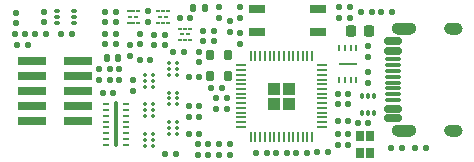
<source format=gbr>
%TF.GenerationSoftware,KiCad,Pcbnew,8.0.3*%
%TF.CreationDate,2024-06-14T23:01:07+10:00*%
%TF.ProjectId,rs-probe,72732d70-726f-4626-952e-6b696361645f,rev?*%
%TF.SameCoordinates,Original*%
%TF.FileFunction,Paste,Top*%
%TF.FilePolarity,Positive*%
%FSLAX46Y46*%
G04 Gerber Fmt 4.6, Leading zero omitted, Abs format (unit mm)*
G04 Created by KiCad (PCBNEW 8.0.3) date 2024-06-14 23:01:07*
%MOMM*%
%LPD*%
G01*
G04 APERTURE LIST*
G04 Aperture macros list*
%AMRoundRect*
0 Rectangle with rounded corners*
0 $1 Rounding radius*
0 $2 $3 $4 $5 $6 $7 $8 $9 X,Y pos of 4 corners*
0 Add a 4 corners polygon primitive as box body*
4,1,4,$2,$3,$4,$5,$6,$7,$8,$9,$2,$3,0*
0 Add four circle primitives for the rounded corners*
1,1,$1+$1,$2,$3*
1,1,$1+$1,$4,$5*
1,1,$1+$1,$6,$7*
1,1,$1+$1,$8,$9*
0 Add four rect primitives between the rounded corners*
20,1,$1+$1,$2,$3,$4,$5,0*
20,1,$1+$1,$4,$5,$6,$7,0*
20,1,$1+$1,$6,$7,$8,$9,0*
20,1,$1+$1,$8,$9,$2,$3,0*%
G04 Aperture macros list end*
%ADD10C,0.500000*%
%ADD11C,0.100000*%
%ADD12RoundRect,0.185000X-1.015000X-0.185000X1.015000X-0.185000X1.015000X0.185000X-1.015000X0.185000X0*%
%ADD13RoundRect,0.150000X0.575000X-0.150000X0.575000X0.150000X-0.575000X0.150000X-0.575000X-0.150000X0*%
%ADD14O,1.450000X0.300000*%
%ADD15RoundRect,0.125000X0.200000X0.000010X-0.200000X0.000010X-0.200000X-0.000010X0.200000X-0.000010X0*%
%ADD16RoundRect,0.075000X0.075000X1.875000X-0.075000X1.875000X-0.075000X-1.875000X0.075000X-1.875000X0*%
%ADD17RoundRect,0.137500X-0.137500X-0.137500X0.137500X-0.137500X0.137500X0.137500X-0.137500X0.137500X0*%
%ADD18RoundRect,0.137500X0.137500X-0.137500X0.137500X0.137500X-0.137500X0.137500X-0.137500X-0.137500X0*%
%ADD19RoundRect,0.250000X-0.292217X0.292217X-0.292217X-0.292217X0.292217X-0.292217X0.292217X0.292217X0*%
%ADD20RoundRect,0.050000X-0.050000X0.387500X-0.050000X-0.387500X0.050000X-0.387500X0.050000X0.387500X0*%
%ADD21RoundRect,0.050000X-0.387500X0.050000X-0.387500X-0.050000X0.387500X-0.050000X0.387500X0.050000X0*%
%ADD22RoundRect,0.137500X-0.137500X0.137500X-0.137500X-0.137500X0.137500X-0.137500X0.137500X0.137500X0*%
%ADD23RoundRect,0.067500X0.097500X0.067500X-0.097500X0.067500X-0.097500X-0.067500X0.097500X-0.067500X0*%
%ADD24RoundRect,0.137500X0.137500X0.137500X-0.137500X0.137500X-0.137500X-0.137500X0.137500X-0.137500X0*%
%ADD25RoundRect,0.147500X0.147500X0.172500X-0.147500X0.172500X-0.147500X-0.172500X0.147500X-0.172500X0*%
%ADD26RoundRect,0.075000X-0.150000X-0.075000X0.150000X-0.075000X0.150000X0.075000X-0.150000X0.075000X0*%
%ADD27RoundRect,0.060000X0.130000X-0.060000X0.130000X0.060000X-0.130000X0.060000X-0.130000X-0.060000X0*%
%ADD28RoundRect,0.062500X0.087500X-0.062500X0.087500X0.062500X-0.087500X0.062500X-0.087500X-0.062500X0*%
%ADD29R,0.650000X0.850000*%
%ADD30O,0.250000X0.600000*%
%ADD31R,1.600000X0.200000*%
%ADD32RoundRect,0.075000X0.075000X-0.150000X0.075000X0.150000X-0.075000X0.150000X-0.075000X-0.150000X0*%
%ADD33RoundRect,0.147500X-0.147500X-0.172500X0.147500X-0.172500X0.147500X0.172500X-0.147500X0.172500X0*%
%ADD34RoundRect,0.218750X0.218750X0.256250X-0.218750X0.256250X-0.218750X-0.256250X0.218750X-0.256250X0*%
%ADD35RoundRect,0.175000X-0.175000X0.275000X-0.175000X-0.275000X0.175000X-0.275000X0.175000X0.275000X0*%
%ADD36R,1.450000X0.700000*%
G04 APERTURE END LIST*
D10*
X34670000Y2680000D02*
G75*
G02*
X34170000Y2680000I-250000J0D01*
G01*
X34170000Y2680000D02*
G75*
G02*
X34670000Y2680000I250000J0D01*
G01*
D11*
X33320000Y11770000D02*
X34420000Y11770000D01*
X34420000Y10870000D01*
X33320000Y10870000D01*
X33320000Y11770000D01*
G36*
X33320000Y11770000D02*
G01*
X34420000Y11770000D01*
X34420000Y10870000D01*
X33320000Y10870000D01*
X33320000Y11770000D01*
G37*
D10*
X33570000Y11320000D02*
G75*
G02*
X33070000Y11320000I-250000J0D01*
G01*
X33070000Y11320000D02*
G75*
G02*
X33570000Y11320000I250000J0D01*
G01*
X33570000Y2680000D02*
G75*
G02*
X33070000Y2680000I-250000J0D01*
G01*
X33070000Y2680000D02*
G75*
G02*
X33570000Y2680000I250000J0D01*
G01*
X38000000Y2680000D02*
G75*
G02*
X37500000Y2680000I-250000J0D01*
G01*
X37500000Y2680000D02*
G75*
G02*
X38000000Y2680000I250000J0D01*
G01*
D11*
X37750000Y11770000D02*
X38350000Y11770000D01*
X38350000Y10870000D01*
X37750000Y10870000D01*
X37750000Y11770000D01*
G36*
X37750000Y11770000D02*
G01*
X38350000Y11770000D01*
X38350000Y10870000D01*
X37750000Y10870000D01*
X37750000Y11770000D01*
G37*
D10*
X38000000Y11320000D02*
G75*
G02*
X37500000Y11320000I-250000J0D01*
G01*
X37500000Y11320000D02*
G75*
G02*
X38000000Y11320000I250000J0D01*
G01*
D11*
X37750000Y3130000D02*
X38350000Y3130000D01*
X38350000Y2230000D01*
X37750000Y2230000D01*
X37750000Y3130000D01*
G36*
X37750000Y3130000D02*
G01*
X38350000Y3130000D01*
X38350000Y2230000D01*
X37750000Y2230000D01*
X37750000Y3130000D01*
G37*
D10*
X38600000Y2680000D02*
G75*
G02*
X38100000Y2680000I-250000J0D01*
G01*
X38100000Y2680000D02*
G75*
G02*
X38600000Y2680000I250000J0D01*
G01*
X38600000Y11320000D02*
G75*
G02*
X38100000Y11320000I-250000J0D01*
G01*
X38100000Y11320000D02*
G75*
G02*
X38600000Y11320000I250000J0D01*
G01*
X34670000Y11320000D02*
G75*
G02*
X34170000Y11320000I-250000J0D01*
G01*
X34170000Y11320000D02*
G75*
G02*
X34670000Y11320000I250000J0D01*
G01*
D11*
X33320000Y3130000D02*
X34420000Y3130000D01*
X34420000Y2230000D01*
X33320000Y2230000D01*
X33320000Y3130000D01*
G36*
X33320000Y3130000D02*
G01*
X34420000Y3130000D01*
X34420000Y2230000D01*
X33320000Y2230000D01*
X33320000Y3130000D01*
G37*
D12*
%TO.C,U5*%
X2350000Y8540000D03*
X6250000Y8540000D03*
X2350000Y7270000D03*
X6250000Y7270000D03*
X2350000Y6000000D03*
X6250000Y6000000D03*
X2350000Y4730000D03*
X6250000Y4730000D03*
X2350000Y3460000D03*
X6250000Y3460000D03*
%TD*%
D13*
%TO.C,J1*%
X32955000Y3750000D03*
X32955000Y4550000D03*
D14*
X32955000Y5750000D03*
X32955000Y6750000D03*
X32955000Y7250000D03*
X32955000Y8250000D03*
D13*
X32955000Y9450000D03*
X32955000Y10250000D03*
X32955000Y10250000D03*
X32955000Y9450000D03*
D14*
X32955000Y8750000D03*
X32955000Y7750000D03*
X32955000Y6250000D03*
X32955000Y5250000D03*
D13*
X32955000Y4550000D03*
X32955000Y3750000D03*
%TD*%
D15*
%TO.C,U4*%
X10325000Y1450000D03*
X10325000Y1950000D03*
X10325000Y2450000D03*
X10325000Y2950000D03*
X10325000Y3450000D03*
X10325000Y3950000D03*
X10325000Y4450000D03*
X10325000Y4950000D03*
X8675000Y4950000D03*
X8675000Y4450000D03*
X8675000Y3950000D03*
X8675000Y3450000D03*
X8675000Y2950000D03*
X8675000Y2450000D03*
X8675000Y1950000D03*
X8675000Y1450000D03*
D16*
X9500000Y3200000D03*
%TD*%
D17*
%TO.C,R29*%
X30250000Y12750000D03*
X31150000Y12750000D03*
%TD*%
%TO.C,R9*%
X8075000Y7900000D03*
X8975000Y7900000D03*
%TD*%
D18*
%TO.C,R2*%
X30800000Y8950000D03*
X30800000Y9850000D03*
%TD*%
D19*
%TO.C,U6*%
X24137500Y6237500D03*
X22862500Y6237500D03*
X24137500Y4962500D03*
X22862500Y4962500D03*
D20*
X26100000Y9037500D03*
X25700000Y9037500D03*
X25300000Y9037500D03*
X24900000Y9037500D03*
X24500000Y9037500D03*
X24100000Y9037500D03*
X23700000Y9037500D03*
X23300000Y9037500D03*
X22900000Y9037500D03*
X22500000Y9037500D03*
X22100000Y9037500D03*
X21700000Y9037500D03*
X21300000Y9037500D03*
X20900000Y9037500D03*
D21*
X20062500Y8200000D03*
X20062500Y7800000D03*
X20062500Y7400000D03*
X20062500Y7000000D03*
X20062500Y6600000D03*
X20062500Y6200000D03*
X20062500Y5800000D03*
X20062500Y5400000D03*
X20062500Y5000000D03*
X20062500Y4600000D03*
X20062500Y4200000D03*
X20062500Y3800000D03*
X20062500Y3400000D03*
X20062500Y3000000D03*
D20*
X20900000Y2162500D03*
X21300000Y2162500D03*
X21700000Y2162500D03*
X22100000Y2162500D03*
X22500000Y2162500D03*
X22900000Y2162500D03*
X23300000Y2162500D03*
X23700000Y2162500D03*
X24100000Y2162500D03*
X24500000Y2162500D03*
X24900000Y2162500D03*
X25300000Y2162500D03*
X25700000Y2162500D03*
X26100000Y2162500D03*
D21*
X26937500Y3000000D03*
X26937500Y3400000D03*
X26937500Y3800000D03*
X26937500Y4200000D03*
X26937500Y4600000D03*
X26937500Y5000000D03*
X26937500Y5400000D03*
X26937500Y5800000D03*
X26937500Y6200000D03*
X26937500Y6600000D03*
X26937500Y7000000D03*
X26937500Y7400000D03*
X26937500Y7800000D03*
X26937500Y8200000D03*
%TD*%
D22*
%TO.C,R17*%
X16500000Y9350000D03*
X16500000Y8450000D03*
%TD*%
D23*
%TO.C,U10*%
X12640000Y6400000D03*
X12640000Y6900000D03*
X12640000Y7400000D03*
X11960000Y7400000D03*
X11960000Y6900000D03*
X11960000Y6400000D03*
%TD*%
D24*
%TO.C,C22*%
X23950000Y800000D03*
X23050000Y800000D03*
%TD*%
D25*
%TO.C,D2*%
X16985000Y13100000D03*
X16015000Y13100000D03*
%TD*%
D17*
%TO.C,C25*%
X14350000Y9350000D03*
X15250000Y9350000D03*
%TD*%
D18*
%TO.C,C13*%
X20000000Y10050000D03*
X20000000Y10950000D03*
%TD*%
D17*
%TO.C,C18*%
X15650000Y7200000D03*
X16550000Y7200000D03*
%TD*%
D18*
%TO.C,R8*%
X16400000Y650000D03*
X16400000Y1550000D03*
%TD*%
D24*
%TO.C,R11*%
X8975000Y7000000D03*
X8075000Y7000000D03*
%TD*%
D17*
%TO.C,C17*%
X15650000Y3800000D03*
X16550000Y3800000D03*
%TD*%
D24*
%TO.C,R13*%
X13600000Y10800000D03*
X12700000Y10800000D03*
%TD*%
%TO.C,C1*%
X18450000Y6300000D03*
X17550000Y6300000D03*
%TD*%
D26*
%TO.C,Q1*%
X4500000Y12800000D03*
X4500000Y12300000D03*
X4500000Y11800000D03*
X5900000Y11800000D03*
X5900000Y12300000D03*
X5900000Y12800000D03*
%TD*%
D23*
%TO.C,U8*%
X12640000Y3900000D03*
X12640000Y4400000D03*
X12640000Y4900000D03*
X11960000Y4900000D03*
X11960000Y4400000D03*
X11960000Y3900000D03*
%TD*%
D24*
%TO.C,C3*%
X22250000Y800000D03*
X21350000Y800000D03*
%TD*%
D17*
%TO.C,R16*%
X8550000Y10900000D03*
X9450000Y10900000D03*
%TD*%
D22*
%TO.C,C26*%
X9500000Y12750000D03*
X9500000Y11850000D03*
%TD*%
D24*
%TO.C,C24*%
X15775000Y12175000D03*
X14875000Y12175000D03*
%TD*%
D22*
%TO.C,C23*%
X29300000Y13150000D03*
X29300000Y12250000D03*
%TD*%
%TO.C,C28*%
X28400000Y13150000D03*
X28400000Y12250000D03*
%TD*%
D17*
%TO.C,C16*%
X13650000Y700000D03*
X14550000Y700000D03*
%TD*%
%TO.C,C6*%
X29950000Y3300000D03*
X30850000Y3300000D03*
%TD*%
D27*
%TO.C,U14*%
X13230000Y12300000D03*
X13700000Y12300000D03*
D28*
X13065000Y11825000D03*
X13465000Y11825000D03*
X13865000Y11825000D03*
X13865000Y12775000D03*
X13465000Y12775000D03*
X13065000Y12775000D03*
%TD*%
D22*
%TO.C,C2*%
X12200000Y12800000D03*
X12200000Y11900000D03*
%TD*%
D18*
%TO.C,C27*%
X10700000Y9000000D03*
X10700000Y9900000D03*
%TD*%
D24*
%TO.C,R4*%
X35700000Y1250000D03*
X34800000Y1250000D03*
%TD*%
D18*
%TO.C,C21*%
X11550000Y10000000D03*
X11550000Y10900000D03*
%TD*%
D23*
%TO.C,U9*%
X14640000Y4900000D03*
X14640000Y5400000D03*
X14640000Y5900000D03*
X13960000Y5900000D03*
X13960000Y5400000D03*
X13960000Y4900000D03*
%TD*%
D29*
%TO.C,D1*%
X31025000Y775000D03*
X30175000Y775000D03*
X30175000Y2225000D03*
X31025000Y2225000D03*
%TD*%
D17*
%TO.C,C4*%
X28250000Y3500000D03*
X29150000Y3500000D03*
%TD*%
%TO.C,R14*%
X8550000Y10000000D03*
X9450000Y10000000D03*
%TD*%
D22*
%TO.C,R21*%
X16850000Y11150000D03*
X16850000Y10250000D03*
%TD*%
D30*
%TO.C,U3*%
X29850000Y9650000D03*
X29350000Y9650000D03*
X28850000Y9650000D03*
X28350000Y9650000D03*
X28350000Y6950000D03*
X28850000Y6950000D03*
X29350000Y6950000D03*
X29850000Y6950000D03*
D31*
X29100000Y8300000D03*
%TD*%
D22*
%TO.C,R25*%
X17750000Y11150000D03*
X17750000Y10250000D03*
%TD*%
%TO.C,R15*%
X8600000Y12750000D03*
X8600000Y11850000D03*
%TD*%
D18*
%TO.C,C15*%
X10900000Y6050000D03*
X10900000Y6950000D03*
%TD*%
D32*
%TO.C,U7*%
X30300000Y4200000D03*
X30800000Y4200000D03*
X31300000Y4200000D03*
X31300000Y5600000D03*
X30800000Y5600000D03*
X30300000Y5600000D03*
%TD*%
D24*
%TO.C,R10*%
X3550000Y10900000D03*
X2650000Y10900000D03*
%TD*%
D17*
%TO.C,C19*%
X15650000Y2400000D03*
X16550000Y2400000D03*
%TD*%
D22*
%TO.C,R23*%
X1000000Y12650000D03*
X1000000Y11750000D03*
%TD*%
D27*
%TO.C,U13*%
X10715000Y12300000D03*
X11185000Y12300000D03*
D28*
X10550000Y11825000D03*
X10950000Y11825000D03*
X11350000Y11825000D03*
X11350000Y12775000D03*
X10950000Y12775000D03*
X10550000Y12775000D03*
%TD*%
D23*
%TO.C,U1*%
X12640000Y1400000D03*
X12640000Y1900000D03*
X12640000Y2400000D03*
X11960000Y2400000D03*
X11960000Y1900000D03*
X11960000Y1400000D03*
%TD*%
D24*
%TO.C,R6*%
X25650000Y800000D03*
X24750000Y800000D03*
%TD*%
%TO.C,R7*%
X29150000Y1500000D03*
X28250000Y1500000D03*
%TD*%
D23*
%TO.C,U11*%
X14640000Y7400000D03*
X14640000Y7900000D03*
X14640000Y8400000D03*
X13960000Y8400000D03*
X13960000Y7900000D03*
X13960000Y7400000D03*
%TD*%
D18*
%TO.C,R1*%
X19100000Y650000D03*
X19100000Y1550000D03*
%TD*%
D24*
%TO.C,C10*%
X18850000Y4500000D03*
X17950000Y4500000D03*
%TD*%
%TO.C,R12*%
X13600000Y9950000D03*
X12700000Y9950000D03*
%TD*%
D17*
%TO.C,C7*%
X28250000Y5800000D03*
X29150000Y5800000D03*
%TD*%
D24*
%TO.C,R22*%
X9250000Y5900000D03*
X8350000Y5900000D03*
%TD*%
D17*
%TO.C,C20*%
X15650000Y4800000D03*
X16550000Y4800000D03*
%TD*%
%TO.C,C11*%
X28250000Y2400000D03*
X29150000Y2400000D03*
%TD*%
D18*
%TO.C,C14*%
X30800000Y6750000D03*
X30800000Y7650000D03*
%TD*%
D33*
%TO.C,D3*%
X8715000Y8850000D03*
X9685000Y8850000D03*
%TD*%
D24*
%TO.C,R27*%
X12400000Y8650000D03*
X11500000Y8650000D03*
%TD*%
D17*
%TO.C,R18*%
X1100000Y9950000D03*
X2000000Y9950000D03*
%TD*%
%TO.C,R20*%
X4850000Y10900000D03*
X5750000Y10900000D03*
%TD*%
D18*
%TO.C,C8*%
X17300000Y650000D03*
X17300000Y1550000D03*
%TD*%
D34*
%TO.C,F1*%
X30937500Y11150000D03*
X29362500Y11150000D03*
%TD*%
D24*
%TO.C,R5*%
X27450000Y900000D03*
X26550000Y900000D03*
%TD*%
D23*
%TO.C,U2*%
X14640000Y2400000D03*
X14640000Y2900000D03*
X14640000Y3400000D03*
X13960000Y3400000D03*
X13960000Y2900000D03*
X13960000Y2400000D03*
%TD*%
D22*
%TO.C,R19*%
X3400000Y12750000D03*
X3400000Y11850000D03*
%TD*%
D24*
%TO.C,C9*%
X18850000Y5400000D03*
X17950000Y5400000D03*
%TD*%
D35*
%TO.C,X1*%
X17450000Y9100000D03*
X17450000Y7300000D03*
X18950000Y7325000D03*
X18950000Y9075000D03*
%TD*%
D18*
%TO.C,C30*%
X18200000Y12225000D03*
X18200000Y13125000D03*
%TD*%
D24*
%TO.C,R3*%
X33700000Y1250000D03*
X32800000Y1250000D03*
%TD*%
D18*
%TO.C,C29*%
X20000000Y12225000D03*
X20000000Y13125000D03*
%TD*%
D27*
%TO.C,U12*%
X15115000Y10825000D03*
X15585000Y10825000D03*
D28*
X14950000Y10350000D03*
X15350000Y10350000D03*
X15750000Y10350000D03*
X15750000Y11300000D03*
X15350000Y11300000D03*
X14950000Y11300000D03*
%TD*%
D36*
%TO.C,SW1*%
X21420000Y13000000D03*
X26580000Y13000000D03*
X21420000Y11000000D03*
X26580000Y11000000D03*
%TD*%
D18*
%TO.C,C5*%
X18200000Y650000D03*
X18200000Y1550000D03*
%TD*%
D22*
%TO.C,FB1*%
X19100000Y11925000D03*
X19100000Y11025000D03*
%TD*%
%TO.C,R26*%
X9750000Y7900000D03*
X9750000Y7000000D03*
%TD*%
D17*
%TO.C,R28*%
X31950000Y12750000D03*
X32850000Y12750000D03*
%TD*%
%TO.C,C12*%
X28250000Y4900000D03*
X29150000Y4900000D03*
%TD*%
D24*
%TO.C,R24*%
X1800000Y10900000D03*
X900000Y10900000D03*
%TD*%
M02*

</source>
